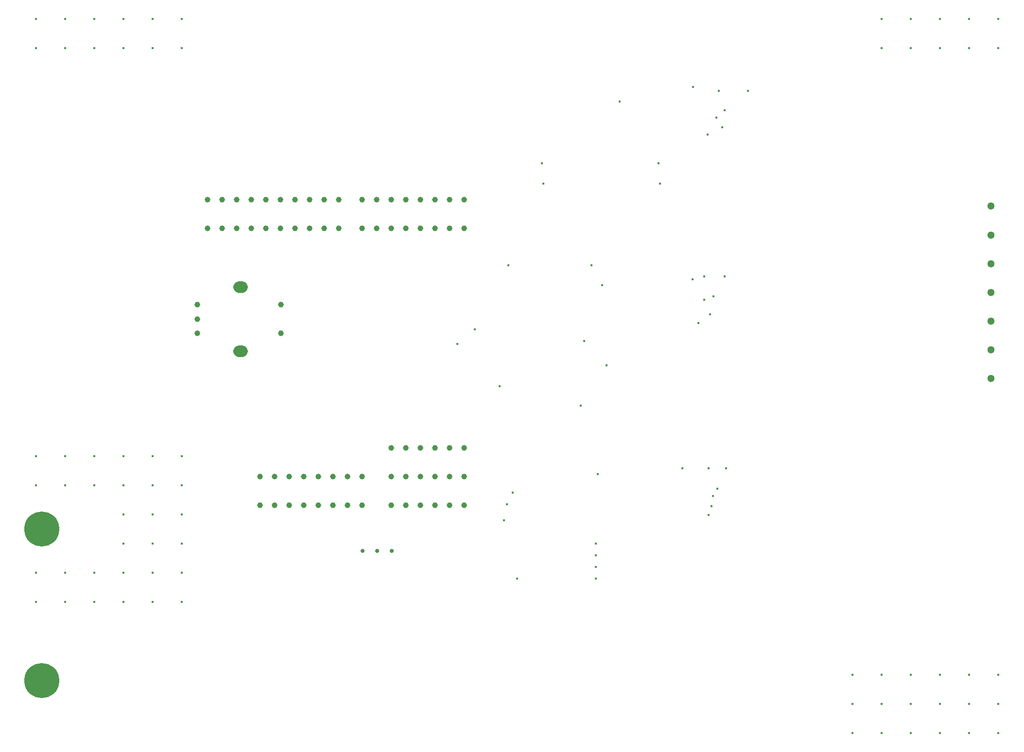
<source format=gbr>
%TF.GenerationSoftware,KiCad,Pcbnew,5.1.10*%
%TF.CreationDate,2021-11-06T16:35:31+01:00*%
%TF.ProjectId,PCB_BLDC,5043425f-424c-4444-932e-6b696361645f,V1*%
%TF.SameCoordinates,Original*%
%TF.FileFunction,Plated,1,2,PTH,Mixed*%
%TF.FilePolarity,Positive*%
%FSLAX46Y46*%
G04 Gerber Fmt 4.6, Leading zero omitted, Abs format (unit mm)*
G04 Created by KiCad (PCBNEW 5.1.10) date 2021-11-06 16:35:31*
%MOMM*%
%LPD*%
G01*
G04 APERTURE LIST*
%TA.AperFunction,ViaDrill*%
%ADD10C,0.400000*%
%TD*%
%TA.AperFunction,ComponentDrill*%
%ADD11C,0.700000*%
%TD*%
%TA.AperFunction,ComponentDrill*%
%ADD12C,1.000000*%
%TD*%
%TA.AperFunction,ComponentDrill*%
%ADD13C,1.300000*%
%TD*%
G04 aperture for slot hole*
%TA.AperFunction,ComponentDrill*%
%ADD14C,2.000000*%
%TD*%
%TA.AperFunction,ComponentDrill*%
%ADD15C,6.100000*%
%TD*%
G04 APERTURE END LIST*
D10*
X35560000Y-33020000D03*
X35560000Y-38100000D03*
X35560000Y-109220000D03*
X35560000Y-114300000D03*
X35560000Y-129540000D03*
X35560000Y-134620000D03*
X40640000Y-33020000D03*
X40640000Y-38100000D03*
X40640000Y-109220000D03*
X40640000Y-114300000D03*
X40640000Y-129540000D03*
X40640000Y-134620000D03*
X45720000Y-33020000D03*
X45720000Y-38100000D03*
X45720000Y-109220000D03*
X45720000Y-114300000D03*
X45720000Y-129540000D03*
X45720000Y-134620000D03*
X50800000Y-33020000D03*
X50800000Y-38100000D03*
X50800000Y-109220000D03*
X50800000Y-114300000D03*
X50800000Y-119380000D03*
X50800000Y-124460000D03*
X50800000Y-129540000D03*
X50800000Y-134620000D03*
X55880000Y-33020000D03*
X55880000Y-38100000D03*
X55880000Y-109220000D03*
X55880000Y-114300000D03*
X55880000Y-119380000D03*
X55880000Y-124460000D03*
X55880000Y-129540000D03*
X55880000Y-134620000D03*
X60960000Y-33020000D03*
X60960000Y-38100000D03*
X60960000Y-109220000D03*
X60960000Y-114300000D03*
X60960000Y-119380000D03*
X60960000Y-124460000D03*
X60960000Y-129540000D03*
X60960000Y-134620000D03*
X108966000Y-89662000D03*
X112014000Y-87122000D03*
X116332000Y-97028000D03*
X117094000Y-120396000D03*
X117602000Y-117602000D03*
X117868700Y-75933300D03*
X118618000Y-115570000D03*
X119380000Y-130556000D03*
X123698000Y-58166000D03*
X123952000Y-61722000D03*
X130429000Y-100457000D03*
X131064000Y-89154000D03*
X132321300Y-75933300D03*
X133096000Y-124460000D03*
X133096000Y-126492000D03*
X133096000Y-128524000D03*
X133096000Y-130556000D03*
X133400800Y-112344200D03*
X134162800Y-79451200D03*
X134951991Y-93394009D03*
X137210800Y-47447200D03*
X144018000Y-58166000D03*
X144272000Y-61722000D03*
X148132800Y-111328200D03*
X149910800Y-78435200D03*
X150037800Y-44907200D03*
X150926800Y-86055200D03*
X151942800Y-77927200D03*
X151942800Y-81991200D03*
X152577800Y-53162200D03*
X152704800Y-111328200D03*
X152704800Y-119456200D03*
X152958800Y-84531200D03*
X153212800Y-117932200D03*
X153466800Y-116154200D03*
X153593800Y-81356200D03*
X154101800Y-50241200D03*
X154228800Y-114884200D03*
X154482800Y-45542200D03*
X155117800Y-51892200D03*
X155498800Y-48971200D03*
X155498800Y-77927200D03*
X155752800Y-111328200D03*
X159562800Y-45542200D03*
X177800000Y-147320000D03*
X177800000Y-152400000D03*
X177800000Y-157480000D03*
X182880000Y-33020000D03*
X182880000Y-38100000D03*
X182880000Y-147320000D03*
X182880000Y-152400000D03*
X182880000Y-157480000D03*
X187960000Y-33020000D03*
X187960000Y-38100000D03*
X187960000Y-147320000D03*
X187960000Y-152400000D03*
X187960000Y-157480000D03*
X193040000Y-33020000D03*
X193040000Y-38100000D03*
X193040000Y-147320000D03*
X193040000Y-152400000D03*
X193040000Y-157480000D03*
X198120000Y-33020000D03*
X198120000Y-38100000D03*
X198120000Y-147320000D03*
X198120000Y-152400000D03*
X198120000Y-157480000D03*
X203200000Y-33020000D03*
X203200000Y-38100000D03*
X203200000Y-147320000D03*
X203200000Y-152400000D03*
X203200000Y-157480000D03*
D11*
%TO.C,U1*%
X92456000Y-125730000D03*
X94996000Y-125730000D03*
X97536000Y-125730000D03*
D12*
%TO.C,SW1*%
X63690500Y-82842100D03*
X63690500Y-85342100D03*
X63690500Y-87842100D03*
%TO.C,J17*%
X65405000Y-69554100D03*
%TO.C,A1*%
X65409000Y-64554100D03*
%TO.C,J17*%
X67945000Y-69554100D03*
%TO.C,A1*%
X67949000Y-64554100D03*
%TO.C,J17*%
X70485000Y-69554100D03*
%TO.C,A1*%
X70489000Y-64554100D03*
%TO.C,J17*%
X73025000Y-69554100D03*
%TO.C,A1*%
X73029000Y-64554100D03*
X74549000Y-112814100D03*
%TO.C,J13*%
X74549000Y-117814100D03*
%TO.C,J17*%
X75565000Y-69554100D03*
%TO.C,A1*%
X75569000Y-64554100D03*
X77089000Y-112814100D03*
%TO.C,J13*%
X77089000Y-117814100D03*
%TO.C,J17*%
X78105000Y-69554100D03*
%TO.C,A1*%
X78109000Y-64554100D03*
%TO.C,SW1*%
X78190500Y-82842100D03*
X78190500Y-87842100D03*
%TO.C,A1*%
X79629000Y-112814100D03*
%TO.C,J13*%
X79629000Y-117814100D03*
%TO.C,J17*%
X80645000Y-69554100D03*
%TO.C,A1*%
X80649000Y-64554100D03*
X82169000Y-112814100D03*
%TO.C,J13*%
X82169000Y-117814100D03*
%TO.C,J17*%
X83185000Y-69554100D03*
%TO.C,A1*%
X83189000Y-64554100D03*
X84709000Y-112814100D03*
%TO.C,J13*%
X84709000Y-117814100D03*
%TO.C,J17*%
X85725000Y-69554100D03*
%TO.C,A1*%
X85729000Y-64554100D03*
X87249000Y-112814100D03*
%TO.C,J13*%
X87249000Y-117814100D03*
%TO.C,J17*%
X88265000Y-69554100D03*
%TO.C,A1*%
X88269000Y-64554100D03*
X89789000Y-112814100D03*
%TO.C,J13*%
X89789000Y-117814100D03*
%TO.C,A1*%
X92329000Y-64554100D03*
%TO.C,J16*%
X92329000Y-69554100D03*
%TO.C,A1*%
X92329000Y-112814100D03*
%TO.C,J13*%
X92329000Y-117814100D03*
%TO.C,A1*%
X94869000Y-64554100D03*
%TO.C,J16*%
X94869000Y-69554100D03*
%TO.C,A1*%
X97409000Y-64554100D03*
%TO.C,J16*%
X97409000Y-69554100D03*
%TO.C,J10*%
X97409000Y-107814100D03*
%TO.C,A1*%
X97409000Y-112814100D03*
%TO.C,J12*%
X97409000Y-117814100D03*
%TO.C,A1*%
X99949000Y-64554100D03*
%TO.C,J16*%
X99949000Y-69554100D03*
%TO.C,J10*%
X99949000Y-107814100D03*
%TO.C,A1*%
X99949000Y-112814100D03*
%TO.C,J12*%
X99949000Y-117814100D03*
%TO.C,A1*%
X102489000Y-64554100D03*
%TO.C,J16*%
X102489000Y-69554100D03*
%TO.C,J10*%
X102489000Y-107814100D03*
%TO.C,A1*%
X102489000Y-112814100D03*
%TO.C,J12*%
X102489000Y-117814100D03*
%TO.C,A1*%
X105029000Y-64554100D03*
%TO.C,J16*%
X105029000Y-69554100D03*
%TO.C,J10*%
X105029000Y-107814100D03*
%TO.C,A1*%
X105029000Y-112814100D03*
%TO.C,J12*%
X105029000Y-117814100D03*
%TO.C,A1*%
X107569000Y-64554100D03*
%TO.C,J16*%
X107569000Y-69554100D03*
%TO.C,J10*%
X107569000Y-107814100D03*
%TO.C,A1*%
X107569000Y-112814100D03*
%TO.C,J12*%
X107569000Y-117814100D03*
%TO.C,A1*%
X110109000Y-64554100D03*
%TO.C,J16*%
X110109000Y-69554100D03*
%TO.C,J10*%
X110109000Y-107814100D03*
%TO.C,A1*%
X110109000Y-112814100D03*
%TO.C,J12*%
X110109000Y-117814100D03*
D13*
%TO.C,J11*%
X201930000Y-65678000D03*
X201930000Y-70678000D03*
X201930000Y-75678000D03*
X201930000Y-80678000D03*
X201930000Y-85678000D03*
X201930000Y-90678000D03*
X201930000Y-95678000D03*
D14*
%TO.C,SW1*%
X71440500Y-79742100D02*
X70940500Y-79742100D01*
X71440500Y-90942100D02*
X70940500Y-90942100D01*
D15*
%TO.C,J9*%
X36576000Y-121920000D03*
%TO.C,J8*%
X36576000Y-148336000D03*
M02*

</source>
